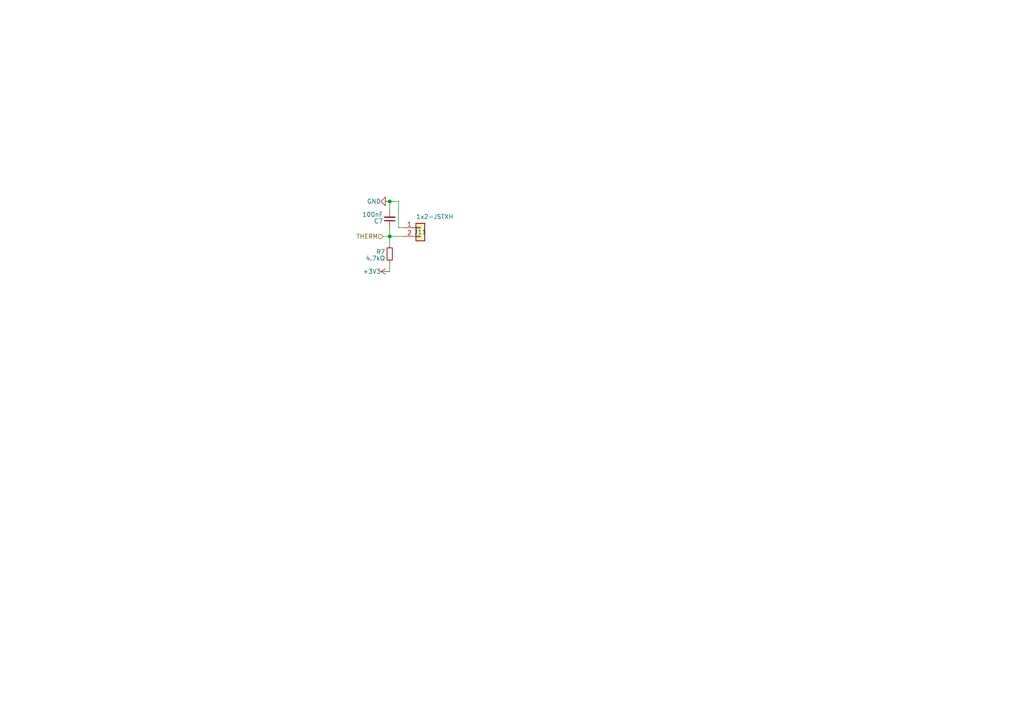
<source format=kicad_sch>
(kicad_sch (version 20250114) (generator "eeschema") (generator_version "9.0")
  (paper "A4")
  (lib_symbols
    (symbol "Connector_Generic:Conn_01x02" (pin_names (offset 1.016) (hide yes))
      (property "Reference" "J" (at 0 2.54 0))
      (property "Value" "Conn_01x02" (at 0 -5.08 0))
      (symbol "Conn_01x02_1_1"
        (rectangle (start -1.27 1.27) (end 1.27 -3.81) (stroke (width 0.254)) (fill (type background)))
        (rectangle (start -1.27 0.127) (end 0 -0.127) (stroke (width 0.1524)))
        (rectangle (start -1.27 -2.413) (end 0 -2.667) (stroke (width 0.1524)))
        (pin passive line (at -5.08 0 0) (length 3.81) (name "Pin_1") (number "1"))
        (pin passive line (at -5.08 -2.54 0) (length 3.81) (name "Pin_2") (number "2"))
      )
    )
    (symbol "Device:C_Small" (pin_numbers (hide yes)) (pin_names (offset 0.254) (hide yes))
      (property "Reference" "C" (at 0.254 1.778 0))
      (property "Value" "C_Small" (at 0.254 -2.032 0))
      (symbol "C_Small_0_1"
        (polyline (pts (xy -1.524 0.508) (xy 1.524 0.508)) (stroke (width 0.3048)))
        (polyline (pts (xy -1.524 -0.508) (xy 1.524 -0.508)) (stroke (width 0.3302)))
      )
      (symbol "C_Small_1_1"
        (pin passive line (at 0 2.54 270) (length 2.032) (name "~") (number "1"))
        (pin passive line (at 0 -2.54 90) (length 2.032) (name "~") (number "2"))
      )
    )
    (symbol "Device:R_Small" (pin_numbers (hide yes)) (pin_names (offset 0.254) (hide yes))
      (property "Reference" "R" (at 0.762 0.508 0))
      (property "Value" "R_Small" (at 0.762 -1.016 0))
      (symbol "R_Small_0_1"
        (rectangle (start -0.762 1.778) (end 0.762 -1.778) (stroke (width 0.2032)))
      )
      (symbol "R_Small_1_1"
        (pin passive line (at 0 2.54 270) (length 0.762) (name "~") (number "1"))
        (pin passive line (at 0 -2.54 90) (length 0.762) (name "~") (number "2"))
      )
    )
    (symbol "power:+3V3" (power) (pin_numbers (hide yes)) (pin_names (offset 0) (hide yes))
      (property "Value" "+3V3" (at 0 3.556 0))
      (symbol "+3V3_0_1"
        (polyline (pts (xy -0.762 1.27) (xy 0 2.54)))
        (polyline (pts (xy 0 2.54) (xy 0.762 1.27)))
        (polyline (pts (xy 0 0) (xy 0 2.54)))
      )
      (symbol "+3V3_1_1"
        (pin power_in line (at 0 0 90) (length 0) (name "~") (number "1"))
      )
    )
    (symbol "power:GND" (power) (pin_numbers (hide yes)) (pin_names (offset 0) (hide yes))
      (property "Value" "GND" (at 0 -3.81 0))
      (symbol "GND_0_1"
        (polyline (pts (xy 0 0) (xy 0 -1.27) (xy 1.27 -1.27) (xy 0 -2.54) (xy -1.27 -1.27) (xy 0 -1.27)))
      )
      (symbol "GND_1_1"
        (pin power_in line (at 0 0 270) (length 0) (name "~") (number "1"))
      )
    )
  )
  (junction (at 113.03 58.42))
  (junction (at 113.03 68.58))
  (wire (pts (xy 113.03 58.42) (xy 113.03 60.96)))
  (wire (pts (xy 113.03 76.2) (xy 113.03 78.74)))
  (wire (pts (xy 115.57 58.42) (xy 115.57 66.04)))
  (wire (pts (xy 115.57 66.04) (xy 116.84 66.04)))
  (wire (pts (xy 113.03 58.42) (xy 115.57 58.42)))
  (wire (pts (xy 113.03 68.58) (xy 116.84 68.58)))
  (wire (pts (xy 111.125 68.58) (xy 113.03 68.58)))
  (wire (pts (xy 113.03 68.58) (xy 113.03 71.12)))
  (wire (pts (xy 113.03 66.04) (xy 113.03 68.58)))
  (hierarchical_label "THERM" (shape input) (at 111.125 68.58 180))
  (symbol (lib_id "power:GND") (at 113.03 58.42 270) (unit 1)
    (property "Reference" "#PWR09" (effects (hide yes)))
    (property "Value" "GND" (at 110.49 58.42 90) (effects (justify right)))
    (property "Description" "Power symbol creates a global label with name \"GND\" , ground" (effects (hide yes)))
    (instances (project "ThermEX-Simple" (path "" (reference "#PWR021") (unit 1)) (path "" (reference "#PWR09") (unit 1)) (path "" (reference "#PWR013") (unit 1)) (path "" (reference "#PWR025") (unit 1)) (path "" (reference "#PWR019") (unit 1)) (path "" (reference "#PWR027") (unit 1)) (path "" (reference "#PWR011") (unit 1)) (path "" (reference "#PWR015") (unit 1)) (path "" (reference "#PWR017") (unit 1)) (path "" (reference "#PWR023") (unit 1))))
  )
  (symbol (lib_id "Device:C_Small") (at 113.03 63.5 180) (unit 1)
    (property "Reference" "C1" (at 111.125 64.135 0) (effects (justify left)))
    (property "Value" "100nF" (at 111.125 62.23 0) (effects (justify left)))
    (property "Footprint" "Capacitor_THT:C_Disc_D5.0mm_W2.5mm_P5.00mm" (effects (hide yes)))
    (property "Description" "10v X7R MLCC" (effects (hide yes)))
    (property "LCSC" " C14663" (effects (hide yes)))
    (instances (project "ThermEX-Simple" (path "" (reference "C7") (unit 1)) (path "" (reference "C1") (unit 1)) (path "" (reference "C3") (unit 1)) (path "" (reference "C9") (unit 1)) (path "" (reference "C6") (unit 1)) (path "" (reference "C10") (unit 1)) (path "" (reference "C2") (unit 1)) (path "" (reference "C4") (unit 1)) (path "" (reference "C5") (unit 1)) (path "" (reference "C8") (unit 1))))
  )
  (symbol (lib_id "power:+3V3") (at 113.03 78.74 90) (unit 1)
    (property "Reference" "#PWR010" (effects (hide yes)))
    (property "Value" "+3V3" (at 110.49 78.74 90) (effects (justify left)))
    (property "Description" "Power symbol creates a global label with name \"+3V3\"" (effects (hide yes)))
    (instances (project "ThermEX-Simple" (path "" (reference "#PWR022") (unit 1)) (path "" (reference "#PWR010") (unit 1)) (path "" (reference "#PWR014") (unit 1)) (path "" (reference "#PWR026") (unit 1)) (path "" (reference "#PWR020") (unit 1)) (path "" (reference "#PWR028") (unit 1)) (path "" (reference "#PWR012") (unit 1)) (path "" (reference "#PWR016") (unit 1)) (path "" (reference "#PWR018") (unit 1)) (path "" (reference "#PWR024") (unit 1))))
  )
  (symbol (lib_id "Connector_Generic:Conn_01x02") (at 121.92 66.04 0) (unit 1)
    (property "Reference" "J5" (at 121.92 67.31 0))
    (property "Value" "1x2-JSTXH" (at 120.65 62.865 0) (effects (justify left)))
    (property "Footprint" "CustomFootprints:JST-XH_1x02-V ~ Custom" (effects (hide yes)))
    (property "Description" "Generic connector, single row, 01x02, script generated (kicad-library-utils/schlib/autogen/connector/)" (effects (hide yes)))
    (property "LCSC" "C5160911" (effects (hide yes)))
    (instances (project "ThermEX-Simple" (path "" (reference "J11") (unit 1)) (path "" (reference "J5") (unit 1)) (path "" (reference "J7") (unit 1)) (path "" (reference "J13") (unit 1)) (path "" (reference "J10") (unit 1)) (path "" (reference "J14") (unit 1)) (path "" (reference "J6") (unit 1)) (path "" (reference "J8") (unit 1)) (path "" (reference "J9") (unit 1)) (path "" (reference "J12") (unit 1))))
  )
  (symbol (lib_id "Device:R_Small") (at 113.03 73.66 180) (unit 1)
    (property "Reference" "R1" (at 111.76 73.025 0) (effects (justify left)))
    (property "Value" "4.7kΩ" (at 111.76 74.93 0) (effects (justify left)))
    (property "Footprint" "Resistor_THT:R_Axial_DIN0207_L6.3mm_D2.5mm_P10.16mm_Horizontal" (effects (hide yes)))
    (property "Description" "Resistor, small symbol" (effects (hide yes)))
    (property "LCSC" "C2989672" (effects (hide yes)))
    (instances (project "ThermEX-Simple" (path "" (reference "R7") (unit 1)) (path "" (reference "R1") (unit 1)) (path "" (reference "R3") (unit 1)) (path "" (reference "R9") (unit 1)) (path "" (reference "R6") (unit 1)) (path "" (reference "R10") (unit 1)) (path "" (reference "R2") (unit 1)) (path "" (reference "R4") (unit 1)) (path "" (reference "R5") (unit 1)) (path "" (reference "R8") (unit 1))))
  )
)
</source>
